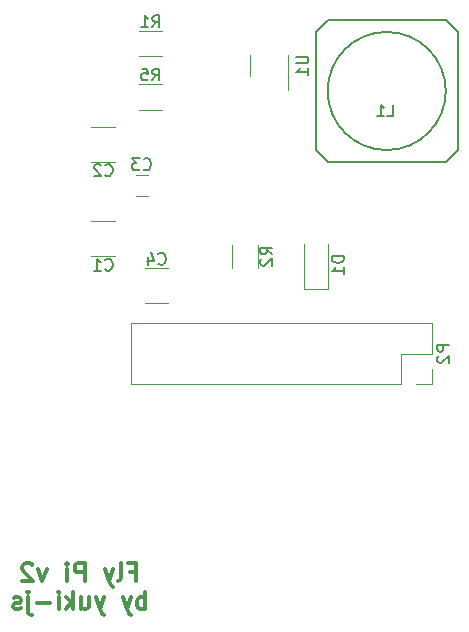
<source format=gbr>
G04 #@! TF.FileFunction,Legend,Bot*
%FSLAX45Y45*%
G04 Gerber Fmt 4.5, Leading zero omitted, Abs format (unit mm)*
G04 Created by KiCad (PCBNEW 4.0.1-stable) date 2017/05/05 18:15:20*
%MOMM*%
G01*
G04 APERTURE LIST*
%ADD10C,0.100000*%
%ADD11C,0.300000*%
%ADD12C,0.120000*%
%ADD13C,0.150000*%
G04 APERTURE END LIST*
D10*
D11*
X6628571Y-8269286D02*
X6678571Y-8269286D01*
X6678571Y-8347857D02*
X6678571Y-8197857D01*
X6607143Y-8197857D01*
X6528571Y-8347857D02*
X6542857Y-8340714D01*
X6550000Y-8326429D01*
X6550000Y-8197857D01*
X6485714Y-8247857D02*
X6450000Y-8347857D01*
X6414286Y-8247857D02*
X6450000Y-8347857D01*
X6464286Y-8383571D01*
X6471428Y-8390714D01*
X6485714Y-8397857D01*
X6242857Y-8347857D02*
X6242857Y-8197857D01*
X6185714Y-8197857D01*
X6171428Y-8205000D01*
X6164286Y-8212143D01*
X6157143Y-8226429D01*
X6157143Y-8247857D01*
X6164286Y-8262143D01*
X6171428Y-8269286D01*
X6185714Y-8276429D01*
X6242857Y-8276429D01*
X6092857Y-8347857D02*
X6092857Y-8247857D01*
X6092857Y-8197857D02*
X6100000Y-8205000D01*
X6092857Y-8212143D01*
X6085714Y-8205000D01*
X6092857Y-8197857D01*
X6092857Y-8212143D01*
X5921428Y-8247857D02*
X5885714Y-8347857D01*
X5850000Y-8247857D01*
X5800000Y-8212143D02*
X5792857Y-8205000D01*
X5778571Y-8197857D01*
X5742857Y-8197857D01*
X5728571Y-8205000D01*
X5721428Y-8212143D01*
X5714286Y-8226429D01*
X5714286Y-8240714D01*
X5721428Y-8262143D01*
X5807143Y-8347857D01*
X5714286Y-8347857D01*
X6757143Y-8587857D02*
X6757143Y-8437857D01*
X6757143Y-8495000D02*
X6742857Y-8487857D01*
X6714286Y-8487857D01*
X6700000Y-8495000D01*
X6692857Y-8502143D01*
X6685714Y-8516429D01*
X6685714Y-8559286D01*
X6692857Y-8573571D01*
X6700000Y-8580714D01*
X6714286Y-8587857D01*
X6742857Y-8587857D01*
X6757143Y-8580714D01*
X6635714Y-8487857D02*
X6600000Y-8587857D01*
X6564286Y-8487857D02*
X6600000Y-8587857D01*
X6614286Y-8623571D01*
X6621429Y-8630714D01*
X6635714Y-8637857D01*
X6407143Y-8487857D02*
X6371429Y-8587857D01*
X6335714Y-8487857D02*
X6371429Y-8587857D01*
X6385714Y-8623571D01*
X6392857Y-8630714D01*
X6407143Y-8637857D01*
X6214286Y-8487857D02*
X6214286Y-8587857D01*
X6278571Y-8487857D02*
X6278571Y-8566429D01*
X6271429Y-8580714D01*
X6257143Y-8587857D01*
X6235714Y-8587857D01*
X6221429Y-8580714D01*
X6214286Y-8573571D01*
X6142857Y-8587857D02*
X6142857Y-8437857D01*
X6128571Y-8530714D02*
X6085714Y-8587857D01*
X6085714Y-8487857D02*
X6142857Y-8545000D01*
X6021429Y-8587857D02*
X6021429Y-8487857D01*
X6021429Y-8437857D02*
X6028571Y-8445000D01*
X6021429Y-8452143D01*
X6014286Y-8445000D01*
X6021429Y-8437857D01*
X6021429Y-8452143D01*
X5950000Y-8530714D02*
X5835714Y-8530714D01*
X5764286Y-8487857D02*
X5764286Y-8616429D01*
X5771429Y-8630714D01*
X5785714Y-8637857D01*
X5792857Y-8637857D01*
X5764286Y-8437857D02*
X5771429Y-8445000D01*
X5764286Y-8452143D01*
X5757143Y-8445000D01*
X5764286Y-8437857D01*
X5764286Y-8452143D01*
X5700000Y-8580714D02*
X5685714Y-8587857D01*
X5657143Y-8587857D01*
X5642857Y-8580714D01*
X5635714Y-8566429D01*
X5635714Y-8559286D01*
X5642857Y-8545000D01*
X5657143Y-8537857D01*
X5678571Y-8537857D01*
X5692857Y-8530714D01*
X5700000Y-8516429D01*
X5700000Y-8509286D01*
X5692857Y-8495000D01*
X5678571Y-8487857D01*
X5657143Y-8487857D01*
X5642857Y-8495000D01*
D12*
X6500000Y-5598000D02*
X6300000Y-5598000D01*
X6300000Y-5302000D02*
X6500000Y-5302000D01*
X6500000Y-4798000D02*
X6300000Y-4798000D01*
X6300000Y-4502000D02*
X6500000Y-4502000D01*
X6675000Y-4915000D02*
X6775000Y-4915000D01*
X6775000Y-5085000D02*
X6675000Y-5085000D01*
X6750000Y-5702000D02*
X6950000Y-5702000D01*
X6950000Y-5998000D02*
X6750000Y-5998000D01*
X8300000Y-5880000D02*
X8100000Y-5880000D01*
X8100000Y-5880000D02*
X8100000Y-5495000D01*
X8300000Y-5880000D02*
X8300000Y-5495000D01*
D13*
X9300126Y-4199874D02*
G75*
G03X9300126Y-4199874I-500126J0D01*
G01*
X8800000Y-4799822D02*
X9300126Y-4799822D01*
X9300126Y-4799822D02*
X9399948Y-4700000D01*
X9399948Y-4700000D02*
X9399948Y-3699748D01*
X9399948Y-3699748D02*
X9300126Y-3599926D01*
X9300126Y-3599926D02*
X8299874Y-3599926D01*
X8299874Y-3599926D02*
X8200052Y-3699748D01*
X8200052Y-3699748D02*
X8200052Y-4700000D01*
X8200052Y-4700000D02*
X8299874Y-4799822D01*
X8299874Y-4799822D02*
X8800000Y-4799822D01*
D12*
X6700000Y-3907000D02*
X6900000Y-3907000D01*
X6900000Y-3693000D02*
X6700000Y-3693000D01*
X7493000Y-5500000D02*
X7493000Y-5700000D01*
X7707000Y-5700000D02*
X7707000Y-5500000D01*
X6700000Y-4357000D02*
X6900000Y-4357000D01*
X6900000Y-4143000D02*
X6700000Y-4143000D01*
X7639000Y-4075000D02*
X7639000Y-3895000D01*
X7961000Y-3895000D02*
X7961000Y-4190000D01*
X8923000Y-6683000D02*
X6631000Y-6683000D01*
X6631000Y-6683000D02*
X6631000Y-6163000D01*
X6631000Y-6163000D02*
X9183000Y-6163000D01*
X9183000Y-6163000D02*
X9183000Y-6423000D01*
X9183000Y-6423000D02*
X8923000Y-6423000D01*
X8923000Y-6423000D02*
X8923000Y-6683000D01*
X9050000Y-6683000D02*
X9183000Y-6683000D01*
X9183000Y-6683000D02*
X9183000Y-6550000D01*
D13*
X6416667Y-5710714D02*
X6421428Y-5715476D01*
X6435714Y-5720238D01*
X6445238Y-5720238D01*
X6459524Y-5715476D01*
X6469048Y-5705952D01*
X6473809Y-5696429D01*
X6478571Y-5677381D01*
X6478571Y-5663095D01*
X6473809Y-5644048D01*
X6469048Y-5634524D01*
X6459524Y-5625000D01*
X6445238Y-5620238D01*
X6435714Y-5620238D01*
X6421428Y-5625000D01*
X6416667Y-5629762D01*
X6321428Y-5720238D02*
X6378571Y-5720238D01*
X6350000Y-5720238D02*
X6350000Y-5620238D01*
X6359524Y-5634524D01*
X6369048Y-5644048D01*
X6378571Y-5648809D01*
X6416667Y-4910714D02*
X6421428Y-4915476D01*
X6435714Y-4920238D01*
X6445238Y-4920238D01*
X6459524Y-4915476D01*
X6469048Y-4905952D01*
X6473809Y-4896429D01*
X6478571Y-4877381D01*
X6478571Y-4863095D01*
X6473809Y-4844048D01*
X6469048Y-4834524D01*
X6459524Y-4825000D01*
X6445238Y-4820238D01*
X6435714Y-4820238D01*
X6421428Y-4825000D01*
X6416667Y-4829762D01*
X6378571Y-4829762D02*
X6373809Y-4825000D01*
X6364286Y-4820238D01*
X6340476Y-4820238D01*
X6330952Y-4825000D01*
X6326190Y-4829762D01*
X6321428Y-4839286D01*
X6321428Y-4848810D01*
X6326190Y-4863095D01*
X6383333Y-4920238D01*
X6321428Y-4920238D01*
X6741667Y-4860714D02*
X6746428Y-4865476D01*
X6760714Y-4870238D01*
X6770238Y-4870238D01*
X6784524Y-4865476D01*
X6794048Y-4855952D01*
X6798809Y-4846429D01*
X6803571Y-4827381D01*
X6803571Y-4813095D01*
X6798809Y-4794048D01*
X6794048Y-4784524D01*
X6784524Y-4775000D01*
X6770238Y-4770238D01*
X6760714Y-4770238D01*
X6746428Y-4775000D01*
X6741667Y-4779762D01*
X6708333Y-4770238D02*
X6646428Y-4770238D01*
X6679762Y-4808333D01*
X6665476Y-4808333D01*
X6655952Y-4813095D01*
X6651190Y-4817857D01*
X6646428Y-4827381D01*
X6646428Y-4851191D01*
X6651190Y-4860714D01*
X6655952Y-4865476D01*
X6665476Y-4870238D01*
X6694048Y-4870238D01*
X6703571Y-4865476D01*
X6708333Y-4860714D01*
X6866667Y-5660714D02*
X6871428Y-5665476D01*
X6885714Y-5670238D01*
X6895238Y-5670238D01*
X6909524Y-5665476D01*
X6919048Y-5655952D01*
X6923809Y-5646429D01*
X6928571Y-5627381D01*
X6928571Y-5613095D01*
X6923809Y-5594048D01*
X6919048Y-5584524D01*
X6909524Y-5575000D01*
X6895238Y-5570238D01*
X6885714Y-5570238D01*
X6871428Y-5575000D01*
X6866667Y-5579762D01*
X6780952Y-5603571D02*
X6780952Y-5670238D01*
X6804762Y-5565476D02*
X6828571Y-5636905D01*
X6766667Y-5636905D01*
X8435738Y-5598890D02*
X8335738Y-5598890D01*
X8335738Y-5622700D01*
X8340500Y-5636986D01*
X8350024Y-5646510D01*
X8359548Y-5651271D01*
X8378595Y-5656033D01*
X8392881Y-5656033D01*
X8411929Y-5651271D01*
X8421452Y-5646510D01*
X8430976Y-5636986D01*
X8435738Y-5622700D01*
X8435738Y-5598890D01*
X8435738Y-5751271D02*
X8435738Y-5694129D01*
X8435738Y-5722700D02*
X8335738Y-5722700D01*
X8350024Y-5713176D01*
X8359548Y-5703652D01*
X8364309Y-5694129D01*
X8806761Y-4415038D02*
X8854380Y-4415038D01*
X8854380Y-4315038D01*
X8721046Y-4415038D02*
X8778189Y-4415038D01*
X8749618Y-4415038D02*
X8749618Y-4315038D01*
X8759142Y-4329324D01*
X8768665Y-4338848D01*
X8778189Y-4343610D01*
X6816667Y-3660238D02*
X6850000Y-3612619D01*
X6873809Y-3660238D02*
X6873809Y-3560238D01*
X6835714Y-3560238D01*
X6826190Y-3565000D01*
X6821428Y-3569762D01*
X6816667Y-3579286D01*
X6816667Y-3593571D01*
X6821428Y-3603095D01*
X6826190Y-3607857D01*
X6835714Y-3612619D01*
X6873809Y-3612619D01*
X6721428Y-3660238D02*
X6778571Y-3660238D01*
X6750000Y-3660238D02*
X6750000Y-3560238D01*
X6759524Y-3574524D01*
X6769048Y-3584048D01*
X6778571Y-3588809D01*
X7830238Y-5583333D02*
X7782619Y-5550000D01*
X7830238Y-5526191D02*
X7730238Y-5526191D01*
X7730238Y-5564286D01*
X7735000Y-5573810D01*
X7739762Y-5578572D01*
X7749286Y-5583333D01*
X7763571Y-5583333D01*
X7773095Y-5578572D01*
X7777857Y-5573810D01*
X7782619Y-5564286D01*
X7782619Y-5526191D01*
X7739762Y-5621429D02*
X7735000Y-5626190D01*
X7730238Y-5635714D01*
X7730238Y-5659524D01*
X7735000Y-5669048D01*
X7739762Y-5673810D01*
X7749286Y-5678571D01*
X7758809Y-5678571D01*
X7773095Y-5673810D01*
X7830238Y-5616667D01*
X7830238Y-5678571D01*
X6816667Y-4110238D02*
X6850000Y-4062619D01*
X6873809Y-4110238D02*
X6873809Y-4010238D01*
X6835714Y-4010238D01*
X6826190Y-4015000D01*
X6821428Y-4019762D01*
X6816667Y-4029286D01*
X6816667Y-4043571D01*
X6821428Y-4053095D01*
X6826190Y-4057857D01*
X6835714Y-4062619D01*
X6873809Y-4062619D01*
X6726190Y-4010238D02*
X6773809Y-4010238D01*
X6778571Y-4057857D01*
X6773809Y-4053095D01*
X6764286Y-4048333D01*
X6740476Y-4048333D01*
X6730952Y-4053095D01*
X6726190Y-4057857D01*
X6721428Y-4067381D01*
X6721428Y-4091190D01*
X6726190Y-4100714D01*
X6730952Y-4105476D01*
X6740476Y-4110238D01*
X6764286Y-4110238D01*
X6773809Y-4105476D01*
X6778571Y-4100714D01*
X8035238Y-3908809D02*
X8116190Y-3908809D01*
X8125714Y-3913571D01*
X8130476Y-3918333D01*
X8135238Y-3927857D01*
X8135238Y-3946905D01*
X8130476Y-3956429D01*
X8125714Y-3961190D01*
X8116190Y-3965952D01*
X8035238Y-3965952D01*
X8135238Y-4065952D02*
X8135238Y-4008809D01*
X8135238Y-4037381D02*
X8035238Y-4037381D01*
X8049524Y-4027857D01*
X8059048Y-4018333D01*
X8063809Y-4008809D01*
X9328238Y-6349190D02*
X9228238Y-6349190D01*
X9228238Y-6387286D01*
X9233000Y-6396810D01*
X9237762Y-6401571D01*
X9247286Y-6406333D01*
X9261571Y-6406333D01*
X9271095Y-6401571D01*
X9275857Y-6396810D01*
X9280619Y-6387286D01*
X9280619Y-6349190D01*
X9237762Y-6444429D02*
X9233000Y-6449190D01*
X9228238Y-6458714D01*
X9228238Y-6482524D01*
X9233000Y-6492048D01*
X9237762Y-6496810D01*
X9247286Y-6501571D01*
X9256810Y-6501571D01*
X9271095Y-6496810D01*
X9328238Y-6439667D01*
X9328238Y-6501571D01*
M02*

</source>
